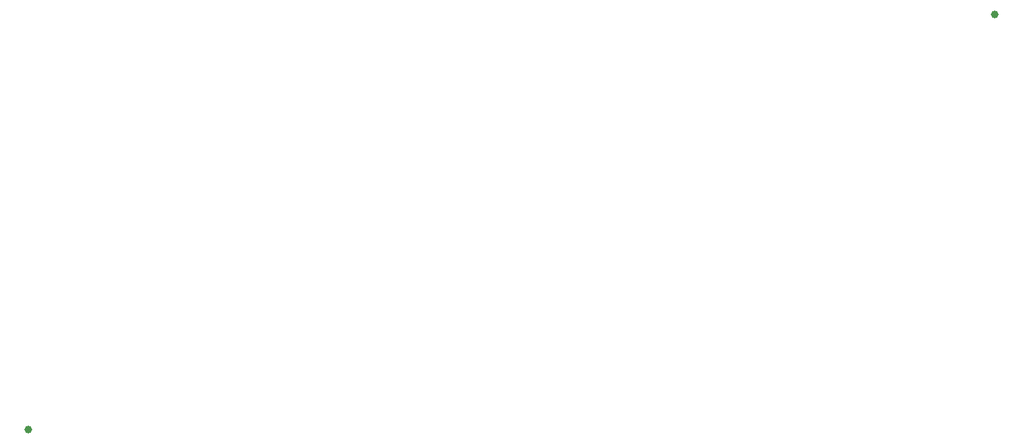
<source format=gbp>
G04*
G04 #@! TF.GenerationSoftware,Altium Limited,Altium Designer,19.0.15 (446)*
G04*
G04 Layer_Color=128*
%FSAX25Y25*%
%MOIN*%
G70*
G01*
G75*
%ADD10C,0.03937*%
D10*
X0769685Y0322835D02*
D03*
X1259842Y0533661D02*
D03*
M02*

</source>
